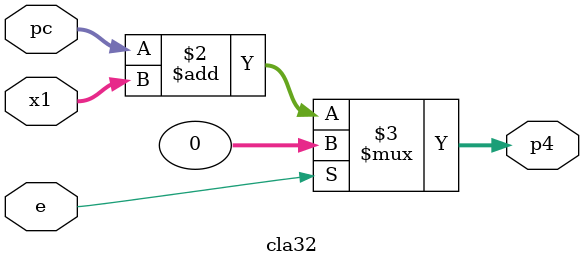
<source format=v>
module cla32 (pc,x1,e,p4);
   input [31:0] pc, x1;
   input        e;
   output [31:0] p4;
   assign p4 = (~e ? pc + x1 : 32'b0);
endmodule

</source>
